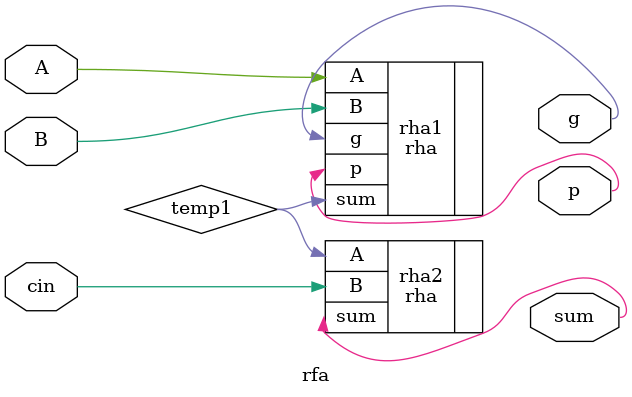
<source format=v>
module rfa (g, p, sum, A, B, cin);

    input A, B, cin;

    output sum, g, p;

    rha rha1 (.g(g), .p(p), .sum(temp1), .A(A), .B(B));
    rha rha2 (.sum(sum), .A(temp1), .B(cin));

endmodule
</source>
